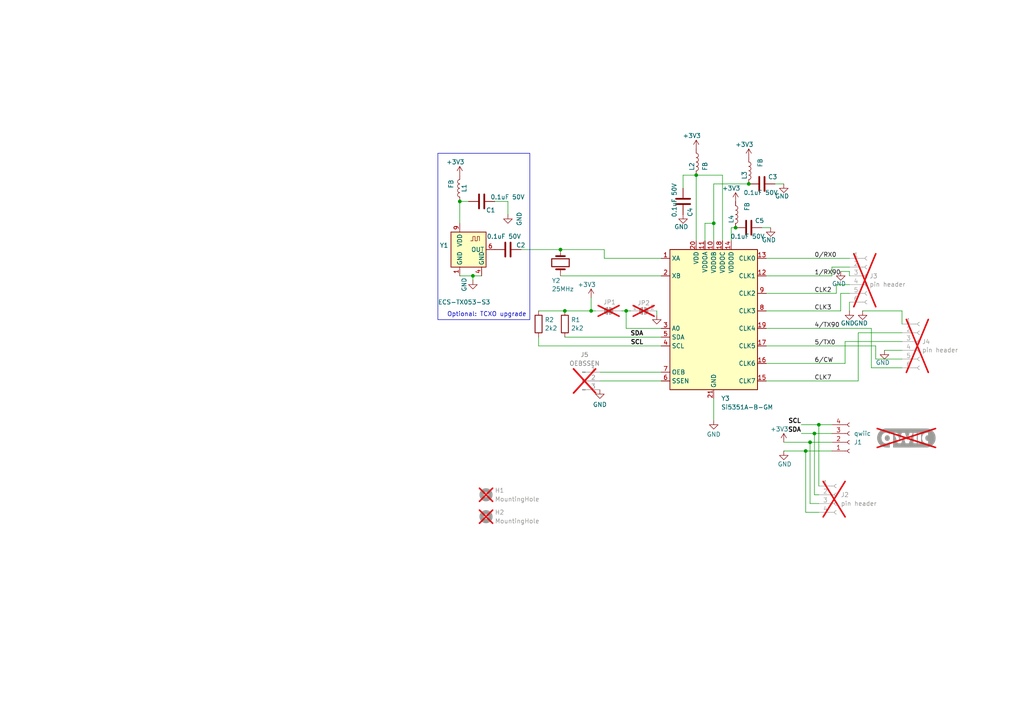
<source format=kicad_sch>
(kicad_sch (version 20250114) (generator "eeschema") (generator_version "9.0")
  (paper "A4")
  (title_block (title "Si5351A-B-GM Breakout Board") (date "2025-11-25") (rev "1") (company "Oliver King, KI3P"))
  (lib_symbols
    (symbol "+3V3_1" (power) (pin_numbers (hide yes)) (pin_names (offset 0) (hide yes))
      (property "Value" "+3V3" (at 0 3.556 0))
      (symbol "+3V3_1_0_1"
        (polyline (pts (xy -0.762 1.27) (xy 0 2.54)))
        (polyline (pts (xy 0 2.54) (xy 0.762 1.27)))
        (polyline (pts (xy 0 0) (xy 0 2.54)))
      )
      (symbol "+3V3_1_1_1"
        (pin power_in line (at 0 0 90) (length 0) (name "~") (number "1"))
      )
    )
    (symbol "Connector:Conn_01x03_Pin" (pin_names (offset 1.016) (hide yes))
      (property "Reference" "J" (at 0 5.08 0))
      (property "Value" "Conn_01x03_Pin" (at 0 -5.08 0))
      (symbol "Conn_01x03_Pin_1_1"
        (rectangle (start 0.8636 2.667) (end 0 2.413) (stroke (width 0.1524)) (fill (type outline)))
        (rectangle (start 0.8636 0.127) (end 0 -0.127) (stroke (width 0.1524)) (fill (type outline)))
        (rectangle (start 0.8636 -2.413) (end 0 -2.667) (stroke (width 0.1524)) (fill (type outline)))
        (polyline (pts (xy 1.27 2.54) (xy 0.8636 2.54)) (stroke (width 0.1524)))
        (polyline (pts (xy 1.27 0) (xy 0.8636 0)) (stroke (width 0.1524)))
        (polyline (pts (xy 1.27 -2.54) (xy 0.8636 -2.54)) (stroke (width 0.1524)))
        (pin passive line (at 5.08 2.54 180) (length 3.81) (name "Pin_1") (number "1"))
        (pin passive line (at 5.08 0 180) (length 3.81) (name "Pin_2") (number "2"))
        (pin passive line (at 5.08 -2.54 180) (length 3.81) (name "Pin_3") (number "3"))
      )
    )
    (symbol "Connector:Conn_01x04_Socket" (pin_names (offset 1.016) (hide yes))
      (property "Reference" "J" (at 0 5.08 0))
      (property "Value" "Conn_01x04_Socket" (at 0 -7.62 0))
      (symbol "Conn_01x04_Socket_1_1"
        (polyline (pts (xy -1.27 2.54) (xy -0.508 2.54)) (stroke (width 0.1524)))
        (polyline (pts (xy -1.27 0) (xy -0.508 0)) (stroke (width 0.1524)))
        (polyline (pts (xy -1.27 -2.54) (xy -0.508 -2.54)) (stroke (width 0.1524)))
        (polyline (pts (xy -1.27 -5.08) (xy -0.508 -5.08)) (stroke (width 0.1524)))
        (arc (start 0 2.032) (mid -0.5058 2.54) (end 0 3.048) (stroke (width 0.1524)))
        (arc (start 0 -0.508) (mid -0.5058 0) (end 0 0.508) (stroke (width 0.1524)))
        (arc (start 0 -3.048) (mid -0.5058 -2.54) (end 0 -2.032) (stroke (width 0.1524)))
        (arc (start 0 -5.588) (mid -0.5058 -5.08) (end 0 -4.572) (stroke (width 0.1524)))
        (pin passive line (at -5.08 2.54 0) (length 3.81) (name "Pin_1") (number "1"))
        (pin passive line (at -5.08 0 0) (length 3.81) (name "Pin_2") (number "2"))
        (pin passive line (at -5.08 -2.54 0) (length 3.81) (name "Pin_3") (number "3"))
        (pin passive line (at -5.08 -5.08 0) (length 3.81) (name "Pin_4") (number "4"))
      )
    )
    (symbol "Connector:Conn_01x06_Socket" (pin_names (offset 1.016) (hide yes))
      (property "Reference" "J" (at 0 7.62 0))
      (property "Value" "Conn_01x06_Socket" (at 0 -10.16 0))
      (symbol "Conn_01x06_Socket_1_1"
        (polyline (pts (xy -1.27 5.08) (xy -0.508 5.08)) (stroke (width 0.1524)))
        (polyline (pts (xy -1.27 2.54) (xy -0.508 2.54)) (stroke (width 0.1524)))
        (polyline (pts (xy -1.27 0) (xy -0.508 0)) (stroke (width 0.1524)))
        (polyline (pts (xy -1.27 -2.54) (xy -0.508 -2.54)) (stroke (width 0.1524)))
        (polyline (pts (xy -1.27 -5.08) (xy -0.508 -5.08)) (stroke (width 0.1524)))
        (polyline (pts (xy -1.27 -7.62) (xy -0.508 -7.62)) (stroke (width 0.1524)))
        (arc (start 0 4.572) (mid -0.5058 5.08) (end 0 5.588) (stroke (width 0.1524)))
        (arc (start 0 2.032) (mid -0.5058 2.54) (end 0 3.048) (stroke (width 0.1524)))
        (arc (start 0 -0.508) (mid -0.5058 0) (end 0 0.508) (stroke (width 0.1524)))
        (arc (start 0 -3.048) (mid -0.5058 -2.54) (end 0 -2.032) (stroke (width 0.1524)))
        (arc (start 0 -5.588) (mid -0.5058 -5.08) (end 0 -4.572) (stroke (width 0.1524)))
        (arc (start 0 -8.128) (mid -0.5058 -7.62) (end 0 -7.112) (stroke (width 0.1524)))
        (pin passive line (at -5.08 5.08 0) (length 3.81) (name "Pin_1") (number "1"))
        (pin passive line (at -5.08 2.54 0) (length 3.81) (name "Pin_2") (number "2"))
        (pin passive line (at -5.08 0 0) (length 3.81) (name "Pin_3") (number "3"))
        (pin passive line (at -5.08 -2.54 0) (length 3.81) (name "Pin_4") (number "4"))
        (pin passive line (at -5.08 -5.08 0) (length 3.81) (name "Pin_5") (number "5"))
        (pin passive line (at -5.08 -7.62 0) (length 3.81) (name "Pin_6") (number "6"))
      )
    )
    (symbol "Device:C" (pin_numbers (hide yes)) (pin_names (offset 0.254))
      (property "Reference" "C" (at 0.635 2.54 0))
      (property "Value" "C" (at 0.635 -2.54 0))
      (symbol "C_0_1"
        (polyline (pts (xy -2.032 0.762) (xy 2.032 0.762)) (stroke (width 0.508)))
        (polyline (pts (xy -2.032 -0.762) (xy 2.032 -0.762)) (stroke (width 0.508)))
      )
      (symbol "C_1_1"
        (pin passive line (at 0 3.81 270) (length 2.794) (name "~") (number "1"))
        (pin passive line (at 0 -3.81 90) (length 2.794) (name "~") (number "2"))
      )
    )
    (symbol "Device:Crystal" (pin_numbers (hide yes)) (pin_names (offset 1.016) (hide yes))
      (property "Reference" "Y" (at 0 3.81 0))
      (property "Value" "Crystal" (at 0 -3.81 0))
      (symbol "Crystal_0_1"
        (polyline (pts (xy -2.54 0) (xy -1.905 0)))
        (polyline (pts (xy -1.905 -1.27) (xy -1.905 1.27)) (stroke (width 0.508)))
        (rectangle (start -1.143 2.54) (end 1.143 -2.54) (stroke (width 0.3048)))
        (polyline (pts (xy 1.905 -1.27) (xy 1.905 1.27)) (stroke (width 0.508)))
        (polyline (pts (xy 2.54 0) (xy 1.905 0)))
      )
      (symbol "Crystal_1_1"
        (pin passive line (at -3.81 0 0) (length 1.27) (name "1") (number "1"))
        (pin passive line (at 3.81 0 180) (length 1.27) (name "2") (number "2"))
      )
    )
    (symbol "Device:L" (pin_numbers (hide yes)) (pin_names (offset 1.016) (hide yes))
      (property "Reference" "L" (at -1.27 0 90))
      (property "Value" "L" (at 1.905 0 90))
      (symbol "L_0_1"
        (arc (start 0 2.54) (mid 0.6323 1.905) (end 0 1.27))
        (arc (start 0 1.27) (mid 0.6323 0.635) (end 0 0))
        (arc (start 0 0) (mid 0.6323 -0.635) (end 0 -1.27))
        (arc (start 0 -1.27) (mid 0.6323 -1.905) (end 0 -2.54))
      )
      (symbol "L_1_1"
        (pin passive line (at 0 3.81 270) (length 1.27) (name "1") (number "1"))
        (pin passive line (at 0 -3.81 90) (length 1.27) (name "2") (number "2"))
      )
    )
    (symbol "Device:R" (pin_numbers (hide yes)) (pin_names (offset 0))
      (property "Reference" "R" (at 2.032 0 90))
      (property "Value" "R" (at 0 0 90))
      (symbol "R_0_1"
        (rectangle (start -1.016 -2.54) (end 1.016 2.54) (stroke (width 0.254)))
      )
      (symbol "R_1_1"
        (pin passive line (at 0 3.81 270) (length 1.27) (name "~") (number "1"))
        (pin passive line (at 0 -3.81 90) (length 1.27) (name "~") (number "2"))
      )
    )
    (symbol "Jumper:SolderJumper_2_Bridged" (pin_numbers (hide yes)) (pin_names (offset 0) (hide yes)) (in_bom no)
      (property "Reference" "JP" (at 0 2.032 0))
      (property "Value" "SolderJumper_2_Bridged" (at 0 -2.54 0))
      (symbol "SolderJumper_2_Bridged_0_1"
        (rectangle (start -0.508 0.508) (end 0.508 -0.508) (fill (type outline)))
        (polyline (pts (xy -0.254 1.016) (xy -0.254 -1.016)))
        (arc (start -0.254 -1.016) (mid -1.2656 0) (end -0.254 1.016))
        (arc (start -0.254 -1.016) (mid -1.2656 0) (end -0.254 1.016) (fill (type outline)))
        (arc (start 0.254 1.016) (mid 1.2656 0) (end 0.254 -1.016))
        (arc (start 0.254 1.016) (mid 1.2656 0) (end 0.254 -1.016) (fill (type outline)))
        (polyline (pts (xy 0.254 1.016) (xy 0.254 -1.016)))
      )
      (symbol "SolderJumper_2_Bridged_1_1"
        (pin passive line (at -3.81 0 0) (length 2.54) (name "A") (number "1"))
        (pin passive line (at 3.81 0 180) (length 2.54) (name "B") (number "2"))
      )
    )
    (symbol "Jumper:SolderJumper_2_Open" (pin_names (offset 0) (hide yes))
      (property "Reference" "JP" (at 0 2.032 0))
      (property "Value" "SolderJumper_2_Open" (at 0 -2.54 0))
      (symbol "SolderJumper_2_Open_0_1"
        (polyline (pts (xy -0.254 1.016) (xy -0.254 -1.016)))
        (arc (start -0.254 -1.016) (mid -1.2656 0) (end -0.254 1.016))
        (arc (start -0.254 -1.016) (mid -1.2656 0) (end -0.254 1.016) (fill (type outline)))
        (arc (start 0.254 1.016) (mid 1.2656 0) (end 0.254 -1.016))
        (arc (start 0.254 1.016) (mid 1.2656 0) (end 0.254 -1.016) (fill (type outline)))
        (polyline (pts (xy 0.254 1.016) (xy 0.254 -1.016)))
      )
      (symbol "SolderJumper_2_Open_1_1"
        (pin passive line (at -3.81 0 0) (length 2.54) (name "A") (number "1"))
        (pin passive line (at 3.81 0 180) (length 2.54) (name "B") (number "2"))
      )
    )
    (symbol "Mechanical:MountingHole" (pin_names (offset 1.016)) (in_bom no)
      (property "Reference" "H" (at 0 5.08 0))
      (property "Value" "MountingHole" (at 0 3.175 0))
      (symbol "MountingHole_0_1"
        (circle (center 0 0) (radius 1.27) (stroke (width 1.27)))
      )
    )
    (symbol "Oscillator:Si5351A-B-GM"
      (property "Reference" "Y" (at -12.7 21.59 0))
      (property "Value" "Si5351A-B-GM" (at -13.97 -22.86 0))
      (symbol "Si5351A-B-GM_1_1"
        (rectangle (start -12.7 20.32) (end 12.7 -20.32) (stroke (width 0.254)) (fill (type background)))
        (pin input line (at -15.24 17.78 0) (length 2.54) (name "XA") (number "1"))
        (pin input line (at -15.24 12.7 0) (length 2.54) (name "XB") (number "2"))
        (pin input line (at -15.24 -2.54 0) (length 2.54) (name "A0") (number "3"))
        (pin bidirectional line (at -15.24 -5.08 0) (length 2.54) (name "SDA") (number "5"))
        (pin input line (at -15.24 -7.62 0) (length 2.54) (name "SCL") (number "4"))
        (pin input line (at -15.24 -15.24 0) (length 2.54) (name "OEB") (number "7"))
        (pin input line (at -15.24 -17.78 0) (length 2.54) (name "SSEN") (number "6"))
        (pin power_in line (at -5.08 22.86 270) (length 2.54) (name "VDD") (number "20"))
        (pin power_in line (at -2.54 22.86 270) (length 2.54) (name "VDDOA") (number "11"))
        (pin power_in line (at 0 22.86 270) (length 2.54) (name "VDDOB") (number "10"))
        (pin power_in line (at 0 -22.86 90) (length 2.54) (name "GND") (number "21"))
        (pin power_in line (at 2.54 22.86 270) (length 2.54) (name "VDDOC") (number "18"))
        (pin power_in line (at 5.08 22.86 270) (length 2.54) (name "VDDOD") (number "14"))
        (pin output line (at 15.24 17.78 180) (length 2.54) (name "CLK0") (number "13"))
        (pin output line (at 15.24 12.7 180) (length 2.54) (name "CLK1") (number "12"))
        (pin output line (at 15.24 7.62 180) (length 2.54) (name "CLK2") (number "9"))
        (pin output line (at 15.24 2.54 180) (length 2.54) (name "CLK3") (number "8"))
        (pin output line (at 15.24 -2.54 180) (length 2.54) (name "CLK4") (number "19"))
        (pin output line (at 15.24 -7.62 180) (length 2.54) (name "CLK5") (number "17"))
        (pin output line (at 15.24 -12.7 180) (length 2.54) (name "CLK6") (number "16"))
        (pin output line (at 15.24 -17.78 180) (length 2.54) (name "CLK7") (number "15"))
      )
    )
    (symbol "SparkFun-Qwiic:qwiic_Logo" (pin_names (offset 1.016)) (on_board no)
      (symbol "qwiic_Logo_0_0"
        (polyline (pts (xy -5.4327 -0.8446) (xy -5.2808 -0.8039) (xy -5.1544 -0.733) (xy -5.0492 -0.629) (xy -4.9612 -0.4891) (xy -4.9388 -0.4442) (xy -4.9077 -0.3735) (xy -4.8888 -0.3096) (xy -4.878 -0.2364) (xy -4.8713 -0.1381) (xy -4.8691 -0.0268) (xy -4.8861 0.154) (xy -4.9313 0.3092) (xy -5.006 0.4432) (xy -5.1118 0.5598) (xy -5.1427 0.5863) (xy -5.261 0.6623) (xy -5.3915 0.7052) (xy -5.544 0.7187) (xy -5.5765 0.7181) (xy -5.7259 0.6986) (xy -5.8545 0.6485) (xy -5.9707 0.5648) (xy -6.0239 0.5125) (xy -6.1186 0.3839) (xy -6.1815 0.2359) (xy -6.2139 0.0648) (xy -6.2171 -0.1327) (xy -6.208 -0.2303) (xy -6.1669 -0.4073) (xy -6.0959 -0.5571) (xy -5.9957 -0.6791) (xy -5.8667 -0.7722) (xy -5.7097 -0.8355) (xy -5.6837 -0.8418) (xy -5.5963 -0.8532) (xy -5.5114 -0.8538) (xy -5.4327 -0.8446)) (stroke (width 0.01)) (fill (type outline)))
        (polyline (pts (xy 1.114 -2.7667) (xy 6.0472 -2.7606) (xy 6.2463 -2.7148) (xy 6.337 -2.6928) (xy 6.6505 -2.5964) (xy 6.9363 -2.4737) (xy 7.1992 -2.3218) (xy 7.4443 -2.1381) (xy 7.6763 -1.9197) (xy 7.765 -1.8236) (xy 7.9726 -1.5605) (xy 8.1416 -1.2836) (xy 8.2724 -0.992) (xy 8.3654 -0.6847) (xy 8.4209 -0.3609) (xy 8.4393 -0.0196) (xy 8.4383 0.0655) (xy 8.4145 0.3752) (xy 8.3579 0.6676) (xy 8.2664 0.9511) (xy 8.138 1.234) (xy 8.0972 1.3103) (xy 7.9176 1.5925) (xy 7.7084 1.847) (xy 7.4711 2.0726) (xy 7.2073 2.2681) (xy 6.9187 2.4323) (xy 6.6067 2.5639) (xy 6.273 2.6617) (xy 6.2589 2.6648) (xy 6.2405 2.6684) (xy 6.2191 2.6716) (xy 6.1933 2.6747) (xy 6.1617 2.6775) (xy 6.1229 2.6801) (xy 6.0753 2.6825) (xy 6.0178 2.6847) (xy 5.9488 2.6867) (xy 5.8669 2.6886) (xy 5.7707 2.6902) (xy 5.6588 2.6917) (xy 5.5298 2.693) (xy 5.3823 2.6942) (xy 5.2149 2.6953) (xy 5.0261 2.6962) (xy 4.8146 2.697) (xy 4.579 2.6977) (xy 4.3178 2.6982) (xy 4.0296 2.6987) (xy 3.7131 2.6991) (xy 3.3667 2.6994) (xy 2.9892 2.6997) (xy 2.579 2.6999) (xy 2.1348 2.7) (xy 1.6552 2.7001) (xy 1.1388 2.7001) (xy 0.5841 2.7001) (xy -0.0102 2.7001) (xy -6.1292 2.7001) (xy -6.3505 2.644) (xy -6.4841 2.607) (xy -6.7964 2.4938) (xy -7.0847 2.3484) (xy -7.3523 2.1691) (xy -7.6022 1.9541) (xy -7.8228 1.7179) (xy -8.0199 1.4516) (xy -8.1801 1.1677) (xy -8.3036 0.8654) (xy -8.3907 0.5442) (xy -8.4419 0.2033) (xy -8.4512 -0.0999) (xy -8.4229 -0.4124) (xy -8.358 -0.7268) (xy -8.2573 -1.037) (xy -8.2016 -1.1697) (xy -8.0521 -1.4517) (xy -7.87 -1.7127) (xy -7.6584 -1.9504) (xy -7.4205 -2.1625) (xy -7.1593 -2.3467) (xy -6.878 -2.5006) (xy -6.5797 -2.6219) (xy -6.2674 -2.7084) (xy -5.9444 -2.7576) (xy -5.922 -2.759) (xy -5.8567 -2.7613) (xy -5.7613 -2.7635) (xy -5.6429 -2.7656) (xy -5.5083 -2.7673) (xy -5.3644 -2.7686) (xy -4.8664 -2.772) (xy -4.8664 -2.0042) (xy -4.8664 -1.2363) (xy -4.988 -1.3553) (xy -5.0139 -1.3798) (xy -5.1784 -1.503) (xy -5.3644 -1.5917) (xy -5.5706 -1.6453) (xy -5.7956 -1.6632) (xy -6.0087 -1.6503) (xy -6.2442 -1.6015) (xy -6.468 -1.5153) (xy -6.6423 -1.4122) (xy -6.8101 -1.2696) (xy -6.9545 -1.0983) (xy -7.0706 -0.9035) (xy -7.1159 -0.8066) (xy -7.1662 -0.6802) (xy -7.2032 -0.5549) (xy -7.2309 -0.4168) (xy -7.2531 -0.2517) (xy -7.2645 -0.0773) (xy -7.2559 0.1553) (xy -7.2228 0.3848) (xy -7.1667 0.6002) (xy -7.0895 0.7905) (xy -6.9738 0.984) (xy -6.8224 1.164) (xy -6.645 1.3131) (xy -6.4435 1.4296) (xy -6.2198 1.512) (xy -6.2168 1.5128) (xy -6.0991 1.5354) (xy -5.9587 1.5479) (xy -5.8081 1.5506) (xy -5.6599 1.5435) (xy -5.5266 1.5269) (xy -5.4208 1.5009) (xy -5.3121 1.4578) (xy -5.1345 1.3582) (xy -4.9742 1.2256) (xy -4.8664 1.1205) (xy -4.8664 1.32) (xy -4.8664 1.5195) (xy -4.3428 1.5195) (xy -3.8192 1.5195) (xy -3.8192 1.5092) (xy -3.651 1.5092) (xy -3.1359 1.5147) (xy -3.0732 1.5153) (xy -2.9054 1.5158) (xy -2.7765 1.5144) (xy -2.6848 1.5109) (xy -2.6289 1.5054) (xy -2.607 1.4977) (xy -2.6049 1.4928) (xy -2.5923 1.4545) (xy -2.5697 1.3821) (xy -2.5383 1.2793) (xy -2.4992 1.1497) (xy -2.4535 0.9973) (xy -2.4024 0.8257) (xy -2.3469 0.6386) (xy -2.2883 0.4399) (xy -2.2626 0.353) (xy -2.2055 0.1609) (xy -2.152 -0.0169) (xy -2.1032 -0.1766) (xy -2.0604 -0.3147) (xy -2.0246 -0.4277) (xy -1.9968 -0.512) (xy -1.9783 -0.564) (xy -1.9702 -0.5801) (xy -1.9654 -0.5681) (xy -1.9499 -0.5201) (xy -1.9252 -0.4397) (xy -1.8924 -0.3308) (xy -1.8529 -0.1975) (xy -1.8079 -0.0439) (xy -1.7584 0.1259) (xy -1.7059 0.308) (xy -1.6754 0.4138) (xy -1.6217 0.6001) (xy -1.5705 0.7774) (xy -1.5233 0.9405) (xy -1.4815 1.0844) (xy -1.4467 1.2041) (xy -1.4202 1.2945) (xy -1.4037 1.3504) (xy -1.3525 1.5202) (xy -0.8571 1.5147) (xy -0.3617 1.5092) (xy -0.2632 1.1704) (xy -0.2457 1.1103) (xy -0.1592 0.8126) (xy -0.0832 0.5516) (xy -0.017 0.325) (xy 0.04 0.1304) (xy 0.0886 -0.0344) (xy 0.1296 -0.1717) (xy 0.1636 -0.2838) (xy 0.1915 -0.3731) (xy 0.2138 -0.4419) (xy 0.2315 -0.4925) (xy 0.2451 -0.5272) (xy 0.2555 -0.5482) (xy 0.2633 -0.558) (xy 0.2693 -0.5588) (xy 0.2742 -0.5529) (xy 0.2787 -0.5426) (xy 0.2801 -0.5389) (xy 0.2928 -0.4995) (xy 0.3157 -0.4255) (xy 0.3473 -0.3211) (xy 0.3867 -0.1902) (xy 0.4325 -0.0368) (xy 0.4835 0.1352) (xy 0.5386 0.3216) (xy 0.5966 0.5185) (xy 0.8908 1.5195) (xy 1.3899 1.5195) (xy 1.4919 1.5192) (xy 1.6201 1.518) (xy 1.7294 1.5159) (xy 1.8144 1.5132) (xy 1.8695 1.5099) (xy 1.8891 1.5062) (xy 1.8878 1.5017) (xy 1.8751 1.465) (xy 1.8498 1.3939) (xy 1.8129 1.2913) (xy 1.7656 1.1601) (xy 1.7087 1.0033) (xy 1.6435 0.8236) (xy 1.5709 0.6241) (xy 1.4919 0.4076) (xy 1.4078 0.1771) (xy 1.3194 -0.0646) (xy 0.7498 -1.6222) (xy 2.0329 -1.6222) (xy 2.0329 -0.0513) (xy 2.0329 1.5195) (xy 2.5462 1.5195) (xy 3.0595 1.5195) (xy 3.0595 -0.0513) (xy 3.0595 -1.6222) (xy 3.2649 -1.6222) (xy 3.2649 -0.0513) (xy 3.2649 1.5195) (xy 3.7782 1.5195) (xy 4.2916 1.5195) (xy 4.2916 -0.0513) (xy 4.2916 -0.0616) (xy 4.5072 -0.0616) (xy 4.51 0.109) (xy 4.5206 0.2597) (xy 4.5412 0.3904) (xy 4.5742 0.5118) (xy 4.6219 0.6344) (xy 4.6865 0.7688) (xy 4.7189 0.8272) (xy 4.8331 0.9884) (xy 4.9744 1.1395) (xy 5.1327 1.2705) (xy 5.2977 1.3713) (xy 5.3343 1.3892) (xy 5.5052 1.4608) (xy 5.6736 1.5089) (xy 5.8531 1.5366) (xy 6.0574 1.547) (xy 6.3141 1.5503) (xy 6.3197 1.1242) (xy 6.3252 0.6981) (xy 6.1657 0.6977) (xy 6.0758 0.6938) (xy 5.9577 0.6711) (xy 5.8554 0.6239) (xy 5.7556 0.5473) (xy 5.6613 0.4359) (xy 5.592 0.2991) (xy 5.5481 0.1445) (xy 5.53 -0.0204) (xy 5.5379 -0.188) (xy 5.572 -0.3512) (xy 5.6325 -0.5023) (xy 5.7197 -0.634) (xy 5.7811 -0.6969) (xy 5.8788 -0.7612) (xy 5.9969 -0.8003) (xy 6.1437 -0.8177) (xy 6.3252 -0.8264) (xy 6.3197 -1.2397) (xy 6.3141 -1.653) (xy 6.119 -1.6559) (xy 6.0236 -1.6559) (xy 5.821 -1.6423) (xy 5.6365 -1.6074) (xy 5.4566 -1.5482) (xy 5.2677 -1.4615) (xy 5.1266 -1.3784) (xy 4.9456 -1.2329) (xy 4.7938 -1.0591) (xy 4.6732 -0.8591) (xy 4.6423 -0.7948) (xy 4.5921 -0.6805) (xy 4.5558 -0.5768) (xy 4.5314 -0.4734) (xy 4.5165 -0.3599) (xy 4.5092 -0.2261) (xy 4.5072 -0.0616) (xy 4.2916 -0.0616) (xy 4.2916 -1.6222) (xy 3.7782 -1.6222) (xy 3.2649 -1.6222) (xy 3.0595 -1.6222) (xy 2.5462 -1.6222) (xy 2.0329 -1.6222) (xy 0.7498 -1.6222) (xy 0.2363 -1.6221) (xy -0.2772 -1.6221) (xy -0.5736 -0.6568) (xy -0.583 -0.626) (xy -0.6413 -0.4378) (xy -0.696 -0.2633) (xy -0.746 -0.106) (xy -0.7901 0.0304) (xy -0.8272 0.1421) (xy -0.8559 0.2255) (xy -0.8751 0.277) (xy -0.8836 0.2929) (xy -0.8838 0.2926) (xy -0.8932 0.2679) (xy -0.9134 0.208) (xy -0.9431 0.1169) (xy -0.9811 -0.0016) (xy -1.0262 -0.1436) (xy -1.0771 -0.3054) (xy -1.1326 -0.483) (xy -1.1916 -0.6725) (xy -1.4859 -1.6222) (xy -2.0006 -1.6218) (xy -2.5153 -1.6215) (xy -3.0831 -0.0561) (xy -3.651 1.5092) (xy -3.8192 1.5092) (xy -3.8192 -0.6267) (xy -3.8192 -2.7729) (xy 1.114 -2.7667)) (stroke (width 0.01)) (fill (type outline)))
      )
    )
    (symbol "T41_Library:ECS-TX053-S3"
      (property "Reference" "U" (at 1.27 11.43 0))
      (property "Value" "ECS-TX053-S3" (at 2.54 8.89 0))
      (symbol "ECS-TX053-S3_0_1"
        (rectangle (start -5.08 5.08) (end 5.08 -5.08) (stroke (width 0.254)) (fill (type background)))
        (polyline (pts (xy 0.635 2.54) (xy 1.27 2.54) (xy 1.27 3.81) (xy 1.905 3.81) (xy 1.905 2.54) (xy 2.54 2.54) (xy 2.54 3.81) (xy 3.175 3.81) (xy 3.175 2.54)))
      )
      (symbol "ECS-TX053-S3_1_1"
        (pin power_in line (at -2.54 7.62 270) (length 2.54) (name "VDD") (number "9"))
        (pin power_in line (at -2.54 -7.62 90) (length 2.54) (name "GND") (number "1"))
        (pin power_in line (at 3.81 -7.62 90) (length 2.54) (name "GND") (number "4"))
        (pin output line (at 7.62 0 180) (length 2.54) (name "OUT") (number "6"))
      )
    )
    (symbol "power:+3V3" (power) (pin_names (offset 0))
      (property "Value" "+3V3" (at 0 3.556 0))
      (symbol "+3V3_0_1"
        (polyline (pts (xy -0.762 1.27) (xy 0 2.54)))
        (polyline (pts (xy 0 2.54) (xy 0.762 1.27)))
        (polyline (pts (xy 0 0) (xy 0 2.54)))
      )
      (symbol "+3V3_1_1"
        (pin power_in line (at 0 0 90) (length 0) (hide yes) (name "+3V3") (number "1"))
      )
    )
    (symbol "power:GND" (power) (pin_names (offset 0))
      (property "Value" "GND" (at 0 -3.81 0))
      (symbol "GND_0_1"
        (polyline (pts (xy 0 0) (xy 0 -1.27) (xy 1.27 -1.27) (xy 0 -2.54) (xy -1.27 -1.27) (xy 0 -1.27)))
      )
      (symbol "GND_1_1"
        (pin power_in line (at 0 0 270) (length 0) (hide yes) (name "GND") (number "1"))
      )
    )
  )
  (text_box "Optional: TCXO upgrade" (at 127 44.45 0) (size 26.67 48.26) (margins 0.9525 0.9525 0.9525 0.9525) (effects (font (size 1.27 1.27)) (justify right bottom)))
  (junction (at 213.36 66.04))
  (junction (at 233.68 130.81))
  (junction (at 163.83 90.17))
  (junction (at 217.17 53.34))
  (junction (at 236.22 125.73))
  (junction (at 234.95 128.27))
  (junction (at 171.45 90.17))
  (junction (at 137.16 80.01))
  (junction (at 237.49 123.19))
  (junction (at 162.56 72.39))
  (junction (at 201.93 50.8))
  (junction (at 207.01 64.77))
  (junction (at 133.35 58.42))
  (junction (at 181.61 90.17))
  (wire (pts (xy 234.95 128.27) (xy 241.3 128.27)))
  (wire (pts (xy 227.33 128.27) (xy 234.95 128.27)))
  (wire (pts (xy 222.25 80.01) (xy 241.3 80.01)))
  (wire (pts (xy 222.25 90.17) (xy 243.84 90.17)))
  (wire (pts (xy 173.99 110.49) (xy 191.77 110.49)))
  (wire (pts (xy 243.84 85.09) (xy 246.38 85.09)))
  (wire (pts (xy 171.45 90.17) (xy 172.72 90.17)))
  (wire (pts (xy 198.12 54.61) (xy 198.12 50.8)))
  (wire (pts (xy 223.52 66.04) (xy 220.98 66.04)))
  (wire (pts (xy 242.57 85.09) (xy 242.57 82.55)))
  (wire (pts (xy 175.26 72.39) (xy 175.26 74.93)))
  (wire (pts (xy 243.84 78.74) (xy 246.38 78.74)))
  (wire (pts (xy 232.41 123.19) (xy 237.49 123.19)))
  (wire (pts (xy 237.49 143.51) (xy 236.22 143.51)))
  (wire (pts (xy 242.57 82.55) (xy 246.38 82.55)))
  (wire (pts (xy 190.5 90.17) (xy 190.5 91.44)))
  (wire (pts (xy 201.93 50.8) (xy 201.93 69.85)))
  (wire (pts (xy 232.41 125.73) (xy 236.22 125.73)))
  (wire (pts (xy 180.34 90.17) (xy 181.61 90.17)))
  (wire (pts (xy 212.09 66.04) (xy 213.36 66.04)))
  (wire (pts (xy 245.11 99.06) (xy 245.11 105.41)))
  (wire (pts (xy 207.01 53.34) (xy 207.01 64.77)))
  (wire (pts (xy 198.12 50.8) (xy 201.93 50.8)))
  (wire (pts (xy 254 104.14) (xy 261.62 104.14)))
  (wire (pts (xy 209.55 50.8) (xy 201.93 50.8)))
  (wire (pts (xy 252.73 106.68) (xy 261.62 106.68)))
  (wire (pts (xy 181.61 95.25) (xy 181.61 90.17)))
  (wire (pts (xy 162.56 72.39) (xy 175.26 72.39)))
  (wire (pts (xy 156.21 100.33) (xy 191.77 100.33)))
  (wire (pts (xy 233.68 148.59) (xy 233.68 130.81)))
  (wire (pts (xy 135.89 58.42) (xy 133.35 58.42)))
  (wire (pts (xy 245.11 99.06) (xy 261.62 99.06)))
  (wire (pts (xy 137.16 80.01) (xy 137.16 81.28)))
  (wire (pts (xy 147.32 58.42) (xy 147.32 62.23)))
  (wire (pts (xy 162.56 80.01) (xy 191.77 80.01)))
  (wire (pts (xy 250.19 90.17) (xy 261.62 90.17)))
  (wire (pts (xy 156.21 97.79) (xy 156.21 100.33)))
  (wire (pts (xy 256.54 101.6) (xy 261.62 101.6)))
  (wire (pts (xy 163.83 97.79) (xy 191.77 97.79)))
  (wire (pts (xy 222.25 74.93) (xy 246.38 74.93)))
  (wire (pts (xy 237.49 146.05) (xy 234.95 146.05)))
  (wire (pts (xy 207.01 121.92) (xy 207.01 115.57)))
  (wire (pts (xy 147.32 58.42) (xy 143.51 58.42)))
  (wire (pts (xy 182.88 90.17) (xy 181.61 90.17)))
  (wire (pts (xy 248.92 96.52) (xy 248.92 110.49)))
  (wire (pts (xy 234.95 128.27) (xy 234.95 146.05)))
  (wire (pts (xy 173.99 107.95) (xy 191.77 107.95)))
  (wire (pts (xy 252.73 95.25) (xy 252.73 106.68)))
  (wire (pts (xy 191.77 95.25) (xy 181.61 95.25)))
  (wire (pts (xy 222.25 100.33) (xy 254 100.33)))
  (wire (pts (xy 243.84 90.17) (xy 243.84 85.09)))
  (wire (pts (xy 248.92 96.52) (xy 261.62 96.52)))
  (wire (pts (xy 237.49 123.19) (xy 237.49 140.97)))
  (wire (pts (xy 212.09 69.85) (xy 212.09 66.04)))
  (wire (pts (xy 209.55 69.85) (xy 209.55 50.8)))
  (wire (pts (xy 227.33 130.81) (xy 233.68 130.81)))
  (wire (pts (xy 139.7 80.01) (xy 137.16 80.01)))
  (wire (pts (xy 222.25 110.49) (xy 248.92 110.49)))
  (wire (pts (xy 175.26 74.93) (xy 191.77 74.93)))
  (wire (pts (xy 254 100.33) (xy 254 104.14)))
  (wire (pts (xy 204.47 64.77) (xy 207.01 64.77)))
  (wire (pts (xy 137.16 80.01) (xy 133.35 80.01)))
  (wire (pts (xy 246.38 78.74) (xy 246.38 80.01)))
  (wire (pts (xy 222.25 85.09) (xy 242.57 85.09)))
  (wire (pts (xy 236.22 125.73) (xy 241.3 125.73)))
  (wire (pts (xy 246.38 87.63) (xy 246.38 90.17)))
  (wire (pts (xy 237.49 123.19) (xy 241.3 123.19)))
  (wire (pts (xy 233.68 130.81) (xy 241.3 130.81)))
  (wire (pts (xy 236.22 125.73) (xy 236.22 143.51)))
  (wire (pts (xy 252.73 95.25) (xy 222.25 95.25)))
  (wire (pts (xy 241.3 77.47) (xy 246.38 77.47)))
  (wire (pts (xy 133.35 58.42) (xy 133.35 64.77)))
  (wire (pts (xy 207.01 64.77) (xy 207.01 69.85)))
  (wire (pts (xy 156.21 90.17) (xy 163.83 90.17)))
  (wire (pts (xy 222.25 105.41) (xy 245.11 105.41)))
  (wire (pts (xy 163.83 90.17) (xy 171.45 90.17)))
  (wire (pts (xy 151.13 72.39) (xy 162.56 72.39)))
  (wire (pts (xy 171.45 86.36) (xy 171.45 90.17)))
  (wire (pts (xy 261.62 90.17) (xy 261.62 93.98)))
  (wire (pts (xy 204.47 64.77) (xy 204.47 69.85)))
  (wire (pts (xy 227.33 53.34) (xy 224.79 53.34)))
  (wire (pts (xy 237.49 148.59) (xy 233.68 148.59)))
  (wire (pts (xy 241.3 80.01) (xy 241.3 77.47)))
  (wire (pts (xy 207.01 53.34) (xy 217.17 53.34)))
  (label "6{slash}CW" (at 236.22 105.41 0))
  (label "SDA" (at 186.69 97.79 180) (effects (font (bold yes))))
  (label "SCL" (at 186.69 100.33 180) (effects (font (bold yes))))
  (label "CLK7" (at 236.22 110.49 0))
  (label "CLK3" (at 236.22 90.17 0))
  (label "1{slash}RX90" (at 236.22 80.01 0))
  (label "SCL" (at 232.41 123.19 180) (effects (font (bold yes))))
  (label "4{slash}TX90" (at 236.22 95.25 0))
  (label "SDA" (at 232.41 125.73 180) (effects (font (bold yes))))
  (label "0{slash}RX0" (at 236.22 74.93 0))
  (label "CLK2" (at 236.22 85.09 0))
  (label "5{slash}TX0" (at 236.22 100.33 0))
  (symbol (lib_id "Connector:Conn_01x03_Pin") (at 168.91 110.49 0) (unit 1) (in_bom no) (dnp yes)
    (property "Reference" "J5" (at 169.545 102.87 0))
    (property "Value" "OEBSSEN" (at 169.545 105.41 0))
    (property "Footprint" "Connector_PinHeader_2.54mm:PinHeader_1x03_P2.54mm_Vertical" (effects (hide yes)))
    (property "Description" "Generic connector, single row, 01x03, script generated" (effects (hide yes)))
  )
  (symbol (lib_id "power:GND") (at 198.12 62.23 0) (mirror y) (unit 1)
    (property "Reference" "#PWR09" (effects (hide yes)))
    (property "Value" "GND" (at 197.612 65.786 0))
  )
  (symbol (lib_id "Device:L") (at 217.17 49.53 0) (unit 1)
    (property "Reference" "L3" (at 215.9 52.07 90) (effects (justify left)))
    (property "Value" "FB" (at 220.472 48.514 90) (effects (justify left)))
    (property "Footprint" "Inductor_SMD:L_0603_1608Metric" (effects (hide yes)))
    (property "PN" "BMC-Q1JY0500H" (effects (hide yes)))
  )
  (symbol (lib_id "power:GND") (at 147.32 62.23 0) (mirror y) (unit 1)
    (property "Reference" "#PWR03" (effects (hide yes)))
    (property "Value" "GND" (at 150.622 63.5 90))
  )
  (symbol (lib_id "Connector:Conn_01x06_Socket") (at 251.46 80.01 0) (unit 1) (dnp yes)
    (property "Reference" "J3" (at 252.1712 80.0678 0) (effects (justify left)))
    (property "Value" "pin header" (at 252.1712 82.4921 0) (effects (justify left)))
    (property "Footprint" "Connector_PinHeader_2.54mm:PinHeader_1x06_P2.54mm_Vertical" (effects (hide yes)))
    (property "Description" "Generic connector, single row, 01x06, script generated" (effects (hide yes)))
  )
  (symbol (lib_id "Connector:Conn_01x04_Socket") (at 246.38 128.27 0) (mirror x) (unit 1)
    (property "Reference" "J1" (at 247.65 128.2701 0) (effects (justify left)))
    (property "Value" "qwiic" (at 247.65 125.7301 0) (effects (justify left)))
    (property "Footprint" "Connector_JST:JST_SH_SM04B-SRSS-TB_1x04-1MP_P1.00mm_Horizontal" (effects (hide yes)))
    (property "Description" "Generic connector, single row, 01x04, script generated" (effects (hide yes)))
    (property "PN" "SM04B-SRSS-TB(LF)(SN)" (effects (hide yes)))
  )
  (symbol (lib_id "Connector:Conn_01x06_Socket") (at 266.7 99.06 0) (unit 1) (dnp yes)
    (property "Reference" "J4" (at 267.4112 99.1178 0) (effects (justify left)))
    (property "Value" "pin header" (at 267.4112 101.5421 0) (effects (justify left)))
    (property "Footprint" "Connector_PinHeader_2.54mm:PinHeader_1x06_P2.54mm_Vertical" (effects (hide yes)))
    (property "Description" "Generic connector, single row, 01x06, script generated" (effects (hide yes)))
  )
  (symbol (lib_id "power:+3V3") (at 133.35 50.8 0) (unit 1)
    (property "Reference" "#PWR01" (effects (hide yes)))
    (property "Value" "+3V3" (at 132.08 46.99 0))
  )
  (symbol (lib_id "SparkFun-Qwiic:qwiic_Logo") (at 262.89 127 0) (unit 1) (in_bom no) (dnp yes)
    (property "Reference" "G1" (effects (hide yes)))
    (property "Value" "qwiic_Logo" (effects (hide yes)))
    (property "Footprint" "SparkFun-Qwiic:qwiic_4mm" (effects (hide yes)))
  )
  (symbol (lib_id "T41_Library:ECS-TX053-S3") (at 135.89 72.39 0) (unit 1)
    (property "Reference" "Y1" (at 130.0481 71.1779 0) (effects (justify right)))
    (property "Value" "ECS-TX053-S3" (at 142.24 87.63 0) (effects (justify right)))
    (property "Footprint" "T41_Library:Oscillator_ECS_TXO53_S3" (effects (hide yes)))
    (property "Datasheet" "https://www.ecsxtal.com/store/pdf/ECS-TXO53-S3.pdf" (effects (hide yes)))
    (property "PN" "ECS-TXO53-S3-33-250-BN-TR " (effects (hide yes)))
  )
  (symbol (lib_name "+3V3_1") (lib_id "power:+3V3") (at 201.93 43.18 0) (unit 1)
    (property "Reference" "#PWR012" (effects (hide yes)))
    (property "Value" "+3V3" (at 200.66 39.37 0))
    (property "Description" "Power symbol creates a global label with name \"+3V3\"" (effects (hide yes)))
  )
  (symbol (lib_id "Device:L") (at 213.36 62.23 0) (unit 1)
    (property "Reference" "L4" (at 212.09 64.77 90) (effects (justify left)))
    (property "Value" "FB" (at 216.662 61.214 90) (effects (justify left)))
    (property "Footprint" "Inductor_SMD:L_0603_1608Metric" (effects (hide yes)))
    (property "PN" "BMC-Q1JY0500H" (effects (hide yes)))
  )
  (symbol (lib_id "Device:C") (at 198.12 58.42 0) (mirror y) (unit 1)
    (property "Reference" "C4" (at 200.152 60.198 90) (effects (justify right)))
    (property "Value" "0.1uF 50V" (at 195.58 53.086 90) (effects (justify right)))
    (property "Footprint" "Capacitor_SMD:C_0603_1608Metric" (effects (hide yes)))
    (property "PN" "CC0603KRX7R9BB104" (effects (hide yes)))
  )
  (symbol (lib_id "Device:Crystal") (at 162.56 76.2 270) (unit 1)
    (property "Reference" "Y2" (at 160.02 81.3958 90) (effects (justify left)))
    (property "Value" "25MHz" (at 160.02 83.82 90) (effects (justify left)))
    (property "Footprint" "Crystal:Crystal_SMD_HC49-SD_HandSoldering" (effects (hide yes)))
  )
  (symbol (lib_id "power:GND") (at 173.99 113.03 0) (unit 1)
    (property "Reference" "#PWR019" (effects (hide yes)))
    (property "Value" "GND" (at 173.99 117.348 0))
  )
  (symbol (lib_id "power:+3V3") (at 171.45 86.36 0) (unit 1)
    (property "Reference" "#PWR016" (effects (hide yes)))
    (property "Value" "+3V3" (at 170.18 82.55 0))
  )
  (symbol (lib_id "Device:C") (at 139.7 58.42 90) (unit 1)
    (property "Reference" "C1" (at 140.97 60.96 90) (effects (justify right)))
    (property "Value" "0.1uF 50V" (at 142.24 57.15 90) (effects (justify right)))
    (property "Footprint" "Capacitor_SMD:C_0603_1608Metric" (effects (hide yes)))
    (property "PN" "CC0603KRX7R9BB104" (effects (hide yes)))
  )
  (symbol (lib_id "power:GND") (at 207.01 121.92 0) (unit 1)
    (property "Reference" "#PWR011" (effects (hide yes)))
    (property "Value" "GND" (at 207.01 125.984 0))
  )
  (symbol (lib_id "Device:C") (at 147.32 72.39 270) (mirror x) (unit 1)
    (property "Reference" "C2" (at 152.4 71.12 90) (effects (justify right)))
    (property "Value" "0.1uF 50V" (at 151.13 68.58 90) (effects (justify right)))
    (property "Footprint" "Capacitor_SMD:C_0603_1608Metric" (effects (hide yes)))
    (property "PN" "CC0603KRX7R9BB104" (effects (hide yes)))
  )
  (symbol (lib_id "Oscillator:Si5351A-B-GM") (at 207.01 92.71 0) (unit 1)
    (property "Reference" "Y3" (at 209.1533 115.57 0) (effects (justify left)))
    (property "Value" "Si5351A-B-GM" (at 209.1533 118.11 0) (effects (justify left)))
    (property "Footprint" "Package_DFN_QFN:QFN-20-1EP_4x4mm_P0.5mm_EP2.7x2.7mm" (effects (hide yes)))
    (property "Datasheet" "https://www.silabs.com/documents/public/data-sheets/Si5351-B.pdf" (effects (hide yes)))
    (property "Description" "I2C Programmable Any-Frequency CMOS Clock Generator, QFN-20" (effects (hide yes)))
    (property "PN" "SI5351A-B-GM" (effects (hide yes)))
  )
  (symbol (lib_id "power:GND") (at 227.33 130.81 0) (unit 1)
    (property "Reference" "#PWR018" (effects (hide yes)))
    (property "Value" "GND" (at 227.584 134.62 0))
  )
  (symbol (lib_id "power:GND") (at 250.19 90.17 0) (mirror y) (unit 1)
    (property "Reference" "#PWR014" (effects (hide yes)))
    (property "Value" "GND" (at 249.682 93.726 0))
  )
  (symbol (lib_id "Device:R") (at 163.83 93.98 0) (unit 1)
    (property "Reference" "R1" (at 165.608 92.7678 0) (effects (justify left)))
    (property "Value" "2k2" (at 165.608 95.1921 0) (effects (justify left)))
    (property "Footprint" "Resistor_SMD:R_0603_1608Metric" (effects (hide yes)))
    (property "Description" "Resistor" (effects (hide yes)))
  )
  (symbol (lib_id "Device:C") (at 220.98 53.34 90) (mirror x) (unit 1)
    (property "Reference" "C3" (at 222.758 51.308 90) (effects (justify right)))
    (property "Value" "0.1uF 50V" (at 215.646 55.88 90) (effects (justify right)))
    (property "Footprint" "Capacitor_SMD:C_0603_1608Metric" (effects (hide yes)))
    (property "PN" "CC0603KRX7R9BB104" (effects (hide yes)))
  )
  (symbol (lib_id "power:+3V3") (at 217.17 45.72 0) (unit 1)
    (property "Reference" "#PWR04" (effects (hide yes)))
    (property "Value" "+3V3" (at 215.9 41.91 0))
  )
  (symbol (lib_id "Jumper:SolderJumper_2_Bridged") (at 176.53 90.17 0) (unit 1) (in_bom no) (dnp yes)
    (property "Reference" "JP1" (at 176.784 87.63 0))
    (property "Value" "GND select" (effects (hide yes)))
    (property "Footprint" "Jumper:SolderJumper-2_P1.3mm_Bridged_RoundedPad1.0x1.5mm" (effects (hide yes)))
    (property "Description" "Solder Jumper, 2-pole, closed/bridged" (effects (hide yes)))
  )
  (symbol (lib_id "Jumper:SolderJumper_2_Open") (at 186.69 90.17 0) (unit 1) (in_bom no) (dnp yes)
    (property "Reference" "JP2" (at 186.69 87.884 0))
    (property "Value" "SolderJumper_2_Open" (effects (hide yes)))
    (property "Footprint" "Jumper:SolderJumper-2_P1.3mm_Open_TrianglePad1.0x1.5mm" (effects (hide yes)))
  )
  (symbol (lib_id "Mechanical:MountingHole") (at 140.97 143.51 0) (unit 1) (in_bom no) (dnp yes)
    (property "Reference" "H1" (at 143.51 142.2399 0) (effects (justify left)))
    (property "Value" "MountingHole" (at 143.51 144.7799 0) (effects (justify left)))
    (property "Footprint" "MountingHole:MountingHole_2.2mm_M2_DIN965" (effects (hide yes)))
    (property "Description" "Mounting Hole without connection" (effects (hide yes)))
  )
  (symbol (lib_id "Connector:Conn_01x04_Socket") (at 242.57 143.51 0) (unit 1) (in_bom no) (dnp yes)
    (property "Reference" "J2" (at 243.84 143.5099 0) (effects (justify left)))
    (property "Value" "pin header" (at 243.84 146.0499 0) (effects (justify left)))
    (property "Footprint" "Connector_PinHeader_2.54mm:PinHeader_1x04_P2.54mm_Vertical" (effects (hide yes)))
    (property "Description" "Generic connector, single row, 01x04, script generated" (effects (hide yes)))
  )
  (symbol (lib_id "power:GND") (at 223.52 66.04 0) (mirror y) (unit 1)
    (property "Reference" "#PWR06" (effects (hide yes)))
    (property "Value" "GND" (at 223.012 69.596 0))
  )
  (symbol (lib_id "power:+3V3") (at 227.33 128.27 0) (unit 1)
    (property "Reference" "#PWR017" (effects (hide yes)))
    (property "Value" "+3V3" (at 226.06 124.46 0))
  )
  (symbol (lib_id "power:GND") (at 190.5 91.44 0) (unit 1)
    (property "Reference" "#PWR08" (effects (hide yes)))
    (property "Value" "GND" (effects (hide yes)))
  )
  (symbol (lib_id "power:GND") (at 243.84 78.74 0) (mirror y) (unit 1)
    (property "Reference" "#PWR07" (effects (hide yes)))
    (property "Value" "GND" (at 243.332 82.296 0))
  )
  (symbol (lib_id "power:GND") (at 256.54 101.6 0) (mirror y) (unit 1)
    (property "Reference" "#PWR015" (effects (hide yes)))
    (property "Value" "GND" (at 256.032 105.156 0))
  )
  (symbol (lib_id "power:GND") (at 137.16 81.28 0) (mirror y) (unit 1)
    (property "Reference" "#PWR02" (effects (hide yes)))
    (property "Value" "GND" (at 134.62 82.55 90))
  )
  (symbol (lib_id "Device:L") (at 201.93 46.99 0) (unit 1)
    (property "Reference" "L2" (at 200.66 49.53 90) (effects (justify left)))
    (property "Value" "FB" (at 204.47 49.53 90) (effects (justify left)))
    (property "Footprint" "Inductor_SMD:L_0603_1608Metric" (effects (hide yes)))
    (property "PN" "BMC-Q1JY0500H" (effects (hide yes)))
  )
  (symbol (lib_id "Device:L") (at 133.35 54.61 180) (unit 1)
    (property "Reference" "L1" (at 134.62 53.34 90) (effects (justify left)))
    (property "Value" "FB" (at 130.81 52.07 90) (effects (justify left)))
    (property "Footprint" "Inductor_SMD:L_0603_1608Metric" (effects (hide yes)))
    (property "PN" "BMC-Q1JY0500H" (effects (hide yes)))
  )
  (symbol (lib_id "power:GND") (at 227.33 53.34 0) (mirror y) (unit 1)
    (property "Reference" "#PWR010" (effects (hide yes)))
    (property "Value" "GND" (at 226.822 56.896 0))
  )
  (symbol (lib_id "power:+3V3") (at 213.36 58.42 0) (unit 1)
    (property "Reference" "#PWR05" (effects (hide yes)))
    (property "Value" "+3V3" (at 212.09 54.61 0))
  )
  (symbol (lib_id "power:GND") (at 246.38 90.17 0) (mirror y) (unit 1)
    (property "Reference" "#PWR013" (effects (hide yes)))
    (property "Value" "GND" (at 245.872 93.726 0))
  )
  (symbol (lib_id "Device:C") (at 217.17 66.04 90) (mirror x) (unit 1)
    (property "Reference" "C5" (at 218.948 64.008 90) (effects (justify right)))
    (property "Value" "0.1uF 50V" (at 211.836 68.58 90) (effects (justify right)))
    (property "Footprint" "Capacitor_SMD:C_0603_1608Metric" (effects (hide yes)))
    (property "PN" "CC0603KRX7R9BB104" (effects (hide yes)))
  )
  (symbol (lib_id "Mechanical:MountingHole") (at 140.97 149.86 0) (unit 1) (in_bom no) (dnp yes)
    (property "Reference" "H2" (at 143.51 148.5899 0) (effects (justify left)))
    (property "Value" "MountingHole" (at 143.51 151.1299 0) (effects (justify left)))
    (property "Footprint" "MountingHole:MountingHole_2.2mm_M2_DIN965" (effects (hide yes)))
    (property "Description" "Mounting Hole without connection" (effects (hide yes)))
  )
  (symbol (lib_id "Device:R") (at 156.21 93.98 0) (unit 1)
    (property "Reference" "R2" (at 157.988 92.7678 0) (effects (justify left)))
    (property "Value" "2k2" (at 157.988 95.1921 0) (effects (justify left)))
    (property "Footprint" "Resistor_SMD:R_0603_1608Metric" (effects (hide yes)))
    (property "Description" "Resistor" (effects (hide yes)))
  )
)
</source>
